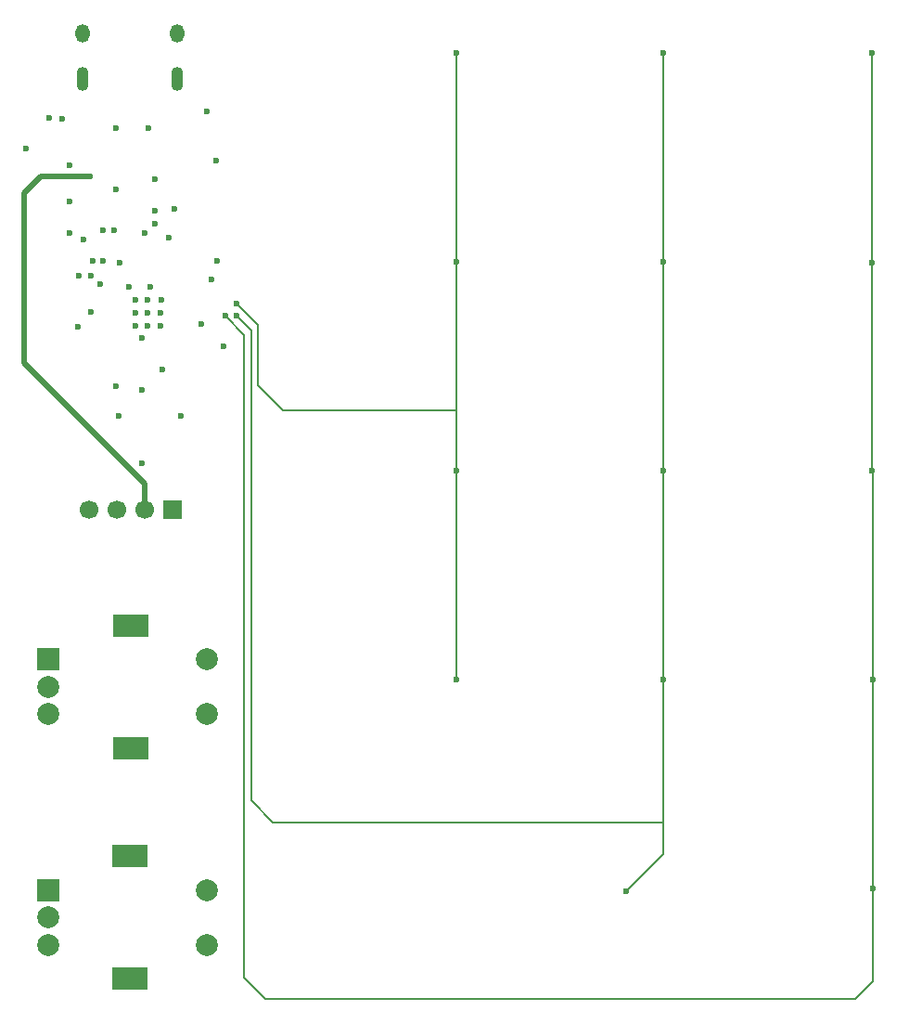
<source format=gbr>
%TF.GenerationSoftware,KiCad,Pcbnew,8.0.4*%
%TF.CreationDate,2024-08-20T22:26:34+10:00*%
%TF.ProjectId,banana17_main,62616e61-6e61-4313-975f-6d61696e2e6b,rev?*%
%TF.SameCoordinates,Original*%
%TF.FileFunction,Copper,L1,Top*%
%TF.FilePolarity,Positive*%
%FSLAX46Y46*%
G04 Gerber Fmt 4.6, Leading zero omitted, Abs format (unit mm)*
G04 Created by KiCad (PCBNEW 8.0.4) date 2024-08-20 22:26:34*
%MOMM*%
%LPD*%
G01*
G04 APERTURE LIST*
%TA.AperFunction,ComponentPad*%
%ADD10C,2.000000*%
%TD*%
%TA.AperFunction,ComponentPad*%
%ADD11R,3.200000X2.000000*%
%TD*%
%TA.AperFunction,ComponentPad*%
%ADD12R,2.000000X2.000000*%
%TD*%
%TA.AperFunction,ComponentPad*%
%ADD13C,1.700000*%
%TD*%
%TA.AperFunction,ComponentPad*%
%ADD14R,1.700000X1.700000*%
%TD*%
%TA.AperFunction,ComponentPad*%
%ADD15O,1.100000X2.200000*%
%TD*%
%TA.AperFunction,ComponentPad*%
%ADD16O,1.300000X1.700000*%
%TD*%
%TA.AperFunction,ViaPad*%
%ADD17C,0.600000*%
%TD*%
%TA.AperFunction,Conductor*%
%ADD18C,0.200000*%
%TD*%
%TA.AperFunction,Conductor*%
%ADD19C,0.500000*%
%TD*%
G04 APERTURE END LIST*
D10*
%TO.P,ENC2,S2,S2*%
%TO.N,ROW5*%
X111830000Y-135550000D03*
%TO.P,ENC2,S1,S1*%
%TO.N,Net-(ENC_D2-A)*%
X111830000Y-140550000D03*
D11*
%TO.P,ENC2,MP*%
%TO.N,N/C*%
X104830000Y-143650000D03*
X104830000Y-132450000D03*
D10*
%TO.P,ENC2,C,C*%
%TO.N,GND*%
X97330000Y-138050000D03*
%TO.P,ENC2,B,B*%
%TO.N,ENC2_B*%
X97330000Y-140550000D03*
D12*
%TO.P,ENC2,A,A*%
%TO.N,ENC2_A*%
X97330000Y-135550000D03*
%TD*%
%TO.P,ENC1,A,A*%
%TO.N,ENC1_A*%
X97360000Y-114520000D03*
D10*
%TO.P,ENC1,B,B*%
%TO.N,ENC1_B*%
X97360000Y-119520000D03*
%TO.P,ENC1,C,C*%
%TO.N,GND*%
X97360000Y-117020000D03*
D11*
%TO.P,ENC1,MP*%
%TO.N,N/C*%
X104860000Y-111420000D03*
X104860000Y-122620000D03*
D10*
%TO.P,ENC1,S1,S1*%
%TO.N,Net-(ENC_D1-A)*%
X111860000Y-119520000D03*
%TO.P,ENC1,S2,S2*%
%TO.N,COL0*%
X111860000Y-114520000D03*
%TD*%
D13*
%TO.P,U3,1,SDA*%
%TO.N,OLED_SDA*%
X101049314Y-100858200D03*
%TO.P,U3,2,SCL*%
%TO.N,OLED_SCL*%
X103589314Y-100858200D03*
%TO.P,U3,3,VCC*%
%TO.N,VBUS*%
X106129314Y-100858200D03*
D14*
%TO.P,U3,4,GND*%
%TO.N,GND*%
X108669314Y-100858200D03*
%TD*%
D15*
%TO.P,J1,S1,SHIELD*%
%TO.N,GND*%
X109110000Y-61593200D03*
D16*
X109110000Y-57413200D03*
D15*
X100470000Y-61593200D03*
D16*
X100470000Y-57413200D03*
%TD*%
D17*
%TO.N,GND*%
X113390000Y-85963200D03*
X107110000Y-70713200D03*
X105895547Y-96673410D03*
X103557500Y-71688200D03*
X95329426Y-67951543D03*
X111850000Y-64523200D03*
X107645000Y-81758200D03*
X97458650Y-65174560D03*
X105295000Y-81708200D03*
X103520000Y-89608200D03*
X105295000Y-82908200D03*
X100581157Y-76227202D03*
X112740000Y-78213200D03*
X103529270Y-66087828D03*
X103390000Y-75363200D03*
X106445000Y-84108200D03*
X107620000Y-82908200D03*
X102390000Y-75363200D03*
X100109030Y-79500812D03*
X107620000Y-84108200D03*
X100074066Y-84222490D03*
X112660000Y-69073200D03*
X106530706Y-66075700D03*
X106445000Y-82933200D03*
X105295000Y-84083200D03*
X103760898Y-92286114D03*
X108323058Y-76046258D03*
X106445000Y-81733200D03*
X107130000Y-74813200D03*
X107745000Y-88113200D03*
X109439831Y-92282357D03*
%TO.N,+1V1*%
X104680000Y-80573200D03*
X106677612Y-80586627D03*
X105881741Y-85167329D03*
%TO.N,+3V3*%
X99308581Y-75651395D03*
X102078988Y-80297610D03*
X106190000Y-75643200D03*
X103840000Y-78363200D03*
X99303459Y-72757352D03*
X101380365Y-78170082D03*
X98592127Y-65211215D03*
X99309719Y-69461823D03*
X102390000Y-78163200D03*
X101211095Y-82812483D03*
X112240000Y-79863200D03*
X105940000Y-89913200D03*
X101240000Y-79513200D03*
X107099740Y-73571591D03*
X108850389Y-73443519D03*
X111325000Y-83898200D03*
%TO.N,VBUS*%
X101140000Y-70513200D03*
%TO.N,COL1*%
X134600000Y-59242193D03*
X114565968Y-82098200D03*
X134588887Y-78290753D03*
X134600000Y-97340658D03*
X134600000Y-116387498D03*
%TO.N,COL2*%
X153498451Y-59239807D03*
X153509376Y-116387484D03*
X153498409Y-97345459D03*
X153498451Y-78289504D03*
X150110000Y-135640000D03*
X114540000Y-83213200D03*
%TO.N,COL3*%
X172570000Y-78320000D03*
X113540000Y-83213200D03*
X172580000Y-135440000D03*
X172580000Y-116380000D03*
X172570000Y-97340602D03*
X172560000Y-59240000D03*
%TD*%
D18*
%TO.N,COL1*%
X118750000Y-91800000D02*
X134600000Y-91800000D01*
X116500000Y-89550000D02*
X118750000Y-91800000D01*
X116500000Y-84032232D02*
X116500000Y-89550000D01*
X114565968Y-82098200D02*
X116500000Y-84032232D01*
%TO.N,COL3*%
X172580000Y-143860000D02*
X172580000Y-135440000D01*
X115250000Y-143500000D02*
X117200000Y-145450000D01*
X117200000Y-145450000D02*
X170990000Y-145450000D01*
X170990000Y-145450000D02*
X172580000Y-143860000D01*
X115250000Y-84923200D02*
X115250000Y-143500000D01*
X113540000Y-83213200D02*
X115250000Y-84923200D01*
%TO.N,COL2*%
X117870000Y-129370000D02*
X153509376Y-129370000D01*
X114540000Y-83213200D02*
X115860000Y-84533200D01*
X115860000Y-84533200D02*
X115860000Y-127360000D01*
X115860000Y-127360000D02*
X117870000Y-129370000D01*
D19*
%TO.N,VBUS*%
X106129314Y-98472514D02*
X106129314Y-100858200D01*
X96670000Y-70513200D02*
X95150000Y-72033200D01*
X95150000Y-72033200D02*
X95150000Y-87493200D01*
X101140000Y-70513200D02*
X96670000Y-70513200D01*
X95150000Y-87493200D02*
X106129314Y-98472514D01*
D18*
%TO.N,COL1*%
X134600000Y-91800000D02*
X134600000Y-97340658D01*
X114565968Y-82098200D02*
X114675000Y-82098200D01*
X134600000Y-97340658D02*
X134600000Y-116387498D01*
X134600000Y-59242193D02*
X134600000Y-91800000D01*
%TO.N,COL2*%
X150120000Y-135650000D02*
X150110000Y-135640000D01*
X153498451Y-78289504D02*
X153498451Y-97345417D01*
X153498451Y-59239807D02*
X153498451Y-78289504D01*
X153498409Y-116376517D02*
X153509376Y-116387484D01*
X153509376Y-116387484D02*
X153509376Y-132240624D01*
X153509376Y-132240624D02*
X150110000Y-135640000D01*
X153498409Y-97345459D02*
X153498409Y-116376517D01*
X153498451Y-97345417D02*
X153498409Y-97345459D01*
%TO.N,COL3*%
X172560000Y-78310000D02*
X172570000Y-78320000D01*
X172580000Y-116380000D02*
X172580000Y-135440000D01*
X172570000Y-97340602D02*
X172580000Y-97350602D01*
X172560000Y-59240000D02*
X172560000Y-78310000D01*
X172580000Y-97350602D02*
X172580000Y-116380000D01*
X172570000Y-78320000D02*
X172570000Y-97340602D01*
%TD*%
M02*

</source>
